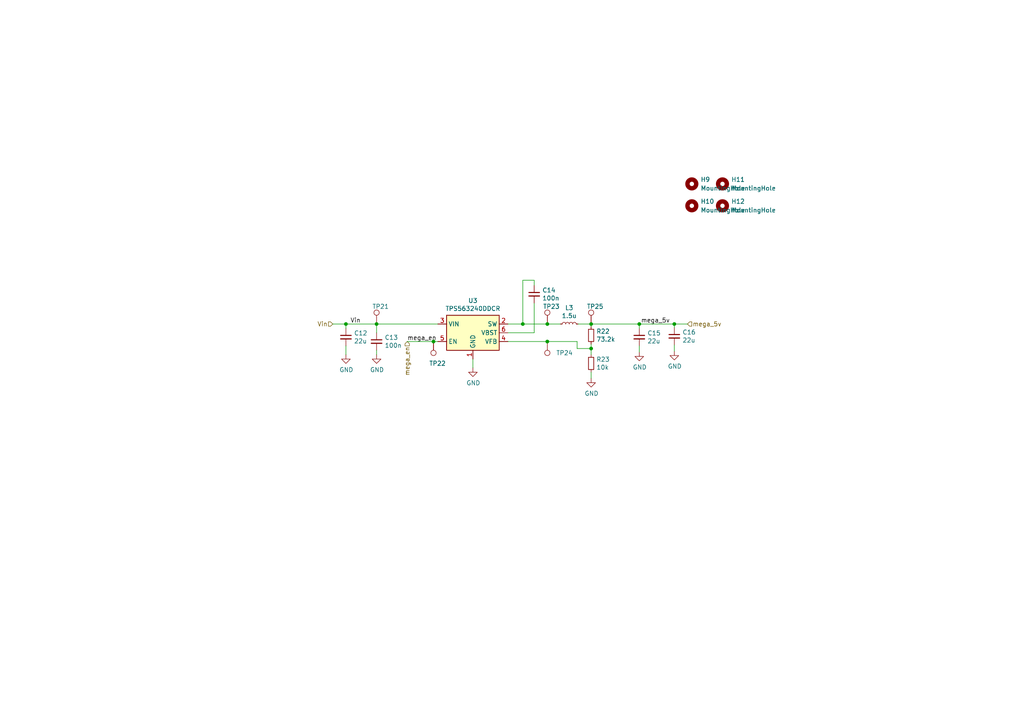
<source format=kicad_sch>
(kicad_sch (version 20211123) (generator eeschema)
  (paper "A4")
  (lib_symbols
    (symbol "Device:C_Small" (pin_numbers hide) (pin_names (offset 0.254) hide)
      (property "Reference" "C" (at 0.254 1.778 0))
      (property "Value" "C_Small" (at 0.254 -2.032 0))
      (symbol "C_Small_0_1"
        (polyline (pts (xy -1.524 -0.508) (xy 1.524 -0.508)) (stroke (width 0.3302)))
        (polyline (pts (xy -1.524 0.508) (xy 1.524 0.508)) (stroke (width 0.3048)))
      )
      (symbol "C_Small_1_1"
        (pin passive line (at 0 2.54 270) (length 2.032) (name "~") (number "1"))
        (pin passive line (at 0 -2.54 90) (length 2.032) (name "~") (number "2"))
      )
    )
    (symbol "Device:L_Small" (pin_numbers hide) (pin_names (offset 0.254) hide)
      (property "Reference" "L" (at 0.762 1.016 0))
      (property "Value" "L_Small" (at 0.762 -1.016 0))
      (symbol "L_Small_0_1"
        (arc (start 0 -2.032) (mid 0.508 -1.524) (end 0 -1.016))
        (arc (start 0 -1.016) (mid 0.508 -0.508) (end 0 0))
        (arc (start 0 0) (mid 0.508 0.508) (end 0 1.016))
        (arc (start 0 1.016) (mid 0.508 1.524) (end 0 2.032))
      )
      (symbol "L_Small_1_1"
        (pin passive line (at 0 2.54 270) (length 0.508) (name "~") (number "1"))
        (pin passive line (at 0 -2.54 90) (length 0.508) (name "~") (number "2"))
      )
    )
    (symbol "Device:R_Small" (pin_numbers hide) (pin_names (offset 0.254) hide)
      (property "Reference" "R" (at 0.762 0.508 0))
      (property "Value" "R_Small" (at 0.762 -1.016 0))
      (symbol "R_Small_0_1"
        (rectangle (start -0.762 1.778) (end 0.762 -1.778) (stroke (width 0.2032)))
      )
      (symbol "R_Small_1_1"
        (pin passive line (at 0 2.54 270) (length 0.762) (name "~") (number "1"))
        (pin passive line (at 0 -2.54 90) (length 0.762) (name "~") (number "2"))
      )
    )
    (symbol "Mechanical:MountingHole" (pin_names (offset 1.016))
      (property "Reference" "H" (at 0 5.08 0))
      (property "Value" "MountingHole" (at 0 3.175 0))
      (symbol "MountingHole_0_1"
        (circle (center 0 0) (radius 1.27) (stroke (width 1.27)))
      )
    )
    (symbol "My Library:TestPoint_Harwin" (pin_numbers hide) (pin_names (offset 0.762) hide)
      (property "Reference" "TP" (at 0 6.858 0))
      (symbol "TestPoint_Harwin_0_1"
        (circle (center 0 3.302) (radius 0.762))
      )
      (symbol "TestPoint_Harwin_1_1"
        (pin passive line (at 0 0 90) (length 2.54) (name "1") (number "1"))
      )
    )
    (symbol "TO3-Switching-Supply-rescue:TPS563200-Regulator_Switching"
      (property "Reference" "U" (at -7.62 6.35 0))
      (property "Value" "TPS563200-Regulator_Switching" (at -2.54 6.35 0))
      (symbol "TPS563200-Regulator_Switching_0_1"
        (rectangle (start -7.62 5.08) (end 7.62 -5.08) (stroke (width 0.254)) (fill (type background)))
      )
      (symbol "TPS563200-Regulator_Switching_1_1"
        (pin power_in line (at 0 -7.62 90) (length 2.54) (name "GND") (number "1"))
        (pin output line (at 10.16 2.54 180) (length 2.54) (name "SW") (number "2"))
        (pin power_in line (at -10.16 2.54 0) (length 2.54) (name "VIN") (number "3"))
        (pin input line (at 10.16 -2.54 180) (length 2.54) (name "VFB") (number "4"))
        (pin input line (at -10.16 -2.54 0) (length 2.54) (name "EN") (number "5"))
        (pin passive line (at 10.16 0 180) (length 2.54) (name "VBST") (number "6"))
      )
    )
    (symbol "power:GND" (power) (pin_names (offset 0))
      (property "Value" "GND" (at 0 -3.81 0))
      (symbol "GND_0_1"
        (polyline (pts (xy 0 0) (xy 0 -1.27) (xy 1.27 -1.27) (xy 0 -2.54) (xy -1.27 -1.27) (xy 0 -1.27)))
      )
      (symbol "GND_1_1"
        (pin power_in line (at 0 0 270) (length 0) hide (name "GND") (number "1"))
      )
    )
  )
  (junction (at 185.42 93.98))
  (junction (at 125.73 99.06))
  (junction (at 158.75 99.06))
  (junction (at 171.45 93.98))
  (junction (at 158.75 93.98))
  (junction (at 109.22 93.98))
  (junction (at 195.58 93.98))
  (junction (at 100.33 93.98))
  (junction (at 151.638 93.98))
  (junction (at 171.45 101.092))
  (wire (pts (xy 171.45 101.092) (xy 171.45 102.87)))
  (wire (pts (xy 167.386 99.06) (xy 167.386 101.092)))
  (wire (pts (xy 147.32 99.06) (xy 158.75 99.06)))
  (wire (pts (xy 158.75 99.06) (xy 167.386 99.06)))
  (wire (pts (xy 100.33 102.87) (xy 100.33 100.33)))
  (wire (pts (xy 100.33 93.98) (xy 100.33 95.25)))
  (wire (pts (xy 109.22 96.52) (xy 109.22 93.98)))
  (wire (pts (xy 154.94 82.804) (xy 154.94 81.28)))
  (wire (pts (xy 185.42 95.25) (xy 185.42 93.98)))
  (wire (pts (xy 109.22 102.87) (xy 109.22 101.6)))
  (wire (pts (xy 154.94 87.884) (xy 154.94 96.52)))
  (wire (pts (xy 154.94 96.52) (xy 147.32 96.52)))
  (wire (pts (xy 171.45 109.728) (xy 171.45 107.95)))
  (wire (pts (xy 195.58 101.854) (xy 195.58 100.076)))
  (wire (pts (xy 185.42 102.108) (xy 185.42 100.33)))
  (wire (pts (xy 151.638 93.98) (xy 158.75 93.98)))
  (wire (pts (xy 100.33 93.98) (xy 109.22 93.98)))
  (wire (pts (xy 185.42 93.98) (xy 195.58 93.98)))
  (wire (pts (xy 171.45 93.98) (xy 185.42 93.98)))
  (wire (pts (xy 151.638 81.28) (xy 151.638 93.98)))
  (wire (pts (xy 171.45 93.98) (xy 171.45 94.742)))
  (wire (pts (xy 109.22 93.98) (xy 127 93.98)))
  (wire (pts (xy 125.73 99.06) (xy 127 99.06)))
  (wire (pts (xy 195.58 93.98) (xy 199.39 93.98)))
  (wire (pts (xy 158.75 93.98) (xy 162.56 93.98)))
  (wire (pts (xy 154.94 81.28) (xy 151.638 81.28)))
  (wire (pts (xy 167.386 101.092) (xy 171.45 101.092)))
  (wire (pts (xy 137.16 106.68) (xy 137.16 104.14)))
  (wire (pts (xy 167.64 93.98) (xy 171.45 93.98)))
  (wire (pts (xy 96.52 93.98) (xy 100.33 93.98)))
  (wire (pts (xy 147.32 93.98) (xy 151.638 93.98)))
  (wire (pts (xy 118.11 99.06) (xy 125.73 99.06)))
  (wire (pts (xy 171.45 99.822) (xy 171.45 101.092)))
  (wire (pts (xy 195.58 93.98) (xy 195.58 94.996)))
  (label "mega_5v" (at 194.31 93.98 180))
  (label "Vin" (at 101.6 93.98 0))
  (label "mega_en" (at 118.11 99.06 0))
  (hierarchical_label "Vin" (shape input) (at 96.52 93.98 180))
  (hierarchical_label "mega_en" (shape input) (at 118.11 99.06 270))
  (hierarchical_label "mega_5v" (shape input) (at 199.39 93.98 0))
  (symbol (lib_id "Device:R_Small") (at 171.45 105.41 180) (unit 1)
    (property "Reference" "R23" (at 172.9486 104.2416 0) (effects (justify right)))
    (property "Value" "10k" (at 172.9486 106.553 0) (effects (justify right)))
    (property "Footprint" "Resistor_SMD:R_0603_1608Metric" (effects hide))
  )
  (symbol (lib_id "Mechanical:MountingHole") (at 200.66 53.34 0) (unit 1)
    (property "Reference" "H9" (at 203.2 52.0699 0) (effects (justify left)))
    (property "Value" "MountingHole" (at 203.2 54.6099 0) (effects (justify left)))
    (property "Footprint" "MountingHole:MountingHole_2.2mm_M2" (effects hide))
  )
  (symbol (lib_id "My Library:TestPoint_Harwin") (at 171.45 93.98 0) (unit 1)
    (property "Reference" "TP25" (at 170.18 88.9 0) (effects (justify left)))
    (property "Value" "TestPoint_Harwin" (effects hide))
    (property "Footprint" "My Libraries:Harwin-S1751-46-Test-Point" (effects hide))
  )
  (symbol (lib_id "power:GND") (at 171.45 109.728 0) (unit 1)
    (property "Reference" "#PWR05" (effects hide))
    (property "Value" "GND" (at 171.577 114.1222 0))
  )
  (symbol (lib_id "My Library:TestPoint_Harwin") (at 125.73 99.06 180) (unit 1)
    (property "Reference" "TP22" (at 124.46 105.41 0) (effects (justify right)))
    (property "Value" "TestPoint_Harwin" (effects hide))
    (property "Footprint" "My Libraries:Harwin-S1751-46-Test-Point" (effects hide))
  )
  (symbol (lib_id "power:GND") (at 195.58 101.854 0) (unit 1)
    (property "Reference" "#PWR07" (effects hide))
    (property "Value" "GND" (at 195.707 106.2482 0))
  )
  (symbol (lib_id "Device:R_Small") (at 171.45 97.282 180) (unit 1)
    (property "Reference" "R22" (at 172.9486 96.1136 0) (effects (justify right)))
    (property "Value" "73.2k" (at 172.9486 98.425 0) (effects (justify right)))
    (property "Footprint" "Resistor_SMD:R_0603_1608Metric" (effects hide))
  )
  (symbol (lib_id "Device:L_Small") (at 165.1 93.98 90) (unit 1)
    (property "Reference" "L3" (at 165.1 89.281 90))
    (property "Value" "1.5u" (at 165.1 91.5924 90))
    (property "Footprint" "Inductor_SMD:L_Bourns_SRP5030T" (effects hide))
    (property "Datasheet" "https://datasheet.octopart.com/SRP5030T-1R5M-Bourns-datasheet-15766153.pdf" (effects hide))
    (property "ESR" "21.5m" (effects hide))
    (property "MFN" "SRP5030T-1R5M" (effects hide))
  )
  (symbol (lib_id "power:GND") (at 100.33 102.87 0) (unit 1)
    (property "Reference" "#PWR02" (effects hide))
    (property "Value" "GND" (at 100.457 107.2642 0))
  )
  (symbol (lib_id "Device:C_Small") (at 154.94 85.344 0) (unit 1)
    (property "Reference" "C14" (at 157.2768 84.1756 0) (effects (justify left)))
    (property "Value" "100n" (at 157.2768 86.487 0) (effects (justify left)))
    (property "Footprint" "Capacitor_SMD:C_0603_1608Metric" (effects hide))
  )
  (symbol (lib_id "My Library:TestPoint_Harwin") (at 158.75 99.06 180) (unit 1)
    (property "Reference" "TP24" (at 161.29 102.3619 0) (effects (justify right)))
    (property "Value" "TestPoint_Harwin" (effects hide))
    (property "Footprint" "My Libraries:Harwin-S1751-46-Test-Point" (effects hide))
  )
  (symbol (lib_id "Device:C_Small") (at 109.22 99.06 0) (unit 1)
    (property "Reference" "C13" (at 111.5568 97.8916 0) (effects (justify left)))
    (property "Value" "100n" (at 111.5568 100.203 0) (effects (justify left)))
    (property "Footprint" "Capacitor_SMD:C_0603_1608Metric" (effects hide))
  )
  (symbol (lib_id "Device:C_Small") (at 195.58 97.536 0) (unit 1)
    (property "Reference" "C16" (at 197.9168 96.3676 0) (effects (justify left)))
    (property "Value" "22u" (at 197.9168 98.679 0) (effects (justify left)))
    (property "Footprint" "Capacitor_SMD:C_0805_2012Metric" (effects hide))
    (property "ESR" "3.71m" (effects hide))
  )
  (symbol (lib_id "My Library:TestPoint_Harwin") (at 109.22 93.98 0) (unit 1)
    (property "Reference" "TP21" (at 107.95 88.9 0) (effects (justify left)))
    (property "Value" "TestPoint_Harwin" (effects hide))
    (property "Footprint" "My Libraries:Harwin-S1751-46-Test-Point" (effects hide))
  )
  (symbol (lib_id "TO3-Switching-Supply-rescue:TPS563200-Regulator_Switching") (at 137.16 96.52 0) (unit 1)
    (property "Reference" "U3" (at 137.16 87.1982 0))
    (property "Value" "TPS563240DDCR" (at 137.16 89.5096 0))
    (property "Footprint" "Package_TO_SOT_SMD:SOT-23-6" (effects hide))
    (property "Datasheet" "https://www.ti.com/lit/ds/symlink/tps563240.pdf?ts=1603327885042&ref_url=https%253A%252F%252Fwww.ti.com%252Fstore%252Fti%252Fen%252Fp%252Fproduct%252F%253Fp%253DTPS563240DDCR" (effects hide))
  )
  (symbol (lib_id "Device:C_Small") (at 185.42 97.79 0) (unit 1)
    (property "Reference" "C15" (at 187.7568 96.6216 0) (effects (justify left)))
    (property "Value" "22u" (at 187.7568 98.933 0) (effects (justify left)))
    (property "Footprint" "Capacitor_SMD:C_0805_2012Metric" (effects hide))
    (property "ESR" "3.71m" (effects hide))
  )
  (symbol (lib_id "power:GND") (at 109.22 102.87 0) (unit 1)
    (property "Reference" "#PWR03" (effects hide))
    (property "Value" "GND" (at 109.347 107.2642 0))
  )
  (symbol (lib_id "power:GND") (at 137.16 106.68 0) (unit 1)
    (property "Reference" "#PWR04" (effects hide))
    (property "Value" "GND" (at 137.287 111.0742 0))
  )
  (symbol (lib_id "power:GND") (at 185.42 102.108 0) (unit 1)
    (property "Reference" "#PWR06" (effects hide))
    (property "Value" "GND" (at 185.547 106.5022 0))
  )
  (symbol (lib_id "Mechanical:MountingHole") (at 209.55 53.34 0) (unit 1)
    (property "Reference" "H11" (at 212.09 52.0699 0) (effects (justify left)))
    (property "Value" "MountingHole" (at 212.09 54.6099 0) (effects (justify left)))
    (property "Footprint" "MountingHole:MountingHole_2.2mm_M2" (effects hide))
  )
  (symbol (lib_id "My Library:TestPoint_Harwin") (at 158.75 93.98 0) (unit 1)
    (property "Reference" "TP23" (at 157.48 88.9 0) (effects (justify left)))
    (property "Value" "TestPoint_Harwin" (effects hide))
    (property "Footprint" "My Libraries:Harwin-S1751-46-Test-Point" (effects hide))
  )
  (symbol (lib_id "Mechanical:MountingHole") (at 209.55 59.69 0) (unit 1)
    (property "Reference" "H12" (at 212.09 58.4199 0) (effects (justify left)))
    (property "Value" "MountingHole" (at 212.09 60.9599 0) (effects (justify left)))
    (property "Footprint" "MountingHole:MountingHole_2.2mm_M2" (effects hide))
  )
  (symbol (lib_id "Device:C_Small") (at 100.33 97.79 0) (unit 1)
    (property "Reference" "C12" (at 102.6668 96.6216 0) (effects (justify left)))
    (property "Value" "22u" (at 102.6668 98.933 0) (effects (justify left)))
    (property "Footprint" "Capacitor_SMD:C_0805_2012Metric" (effects hide))
    (property "ESR" "2.05 mOhm" (effects hide))
  )
  (symbol (lib_id "Mechanical:MountingHole") (at 200.66 59.69 0) (unit 1)
    (property "Reference" "H10" (at 203.2 58.4199 0) (effects (justify left)))
    (property "Value" "MountingHole" (at 203.2 60.9599 0) (effects (justify left)))
    (property "Footprint" "MountingHole:MountingHole_2.2mm_M2" (effects hide))
  )
)
</source>
